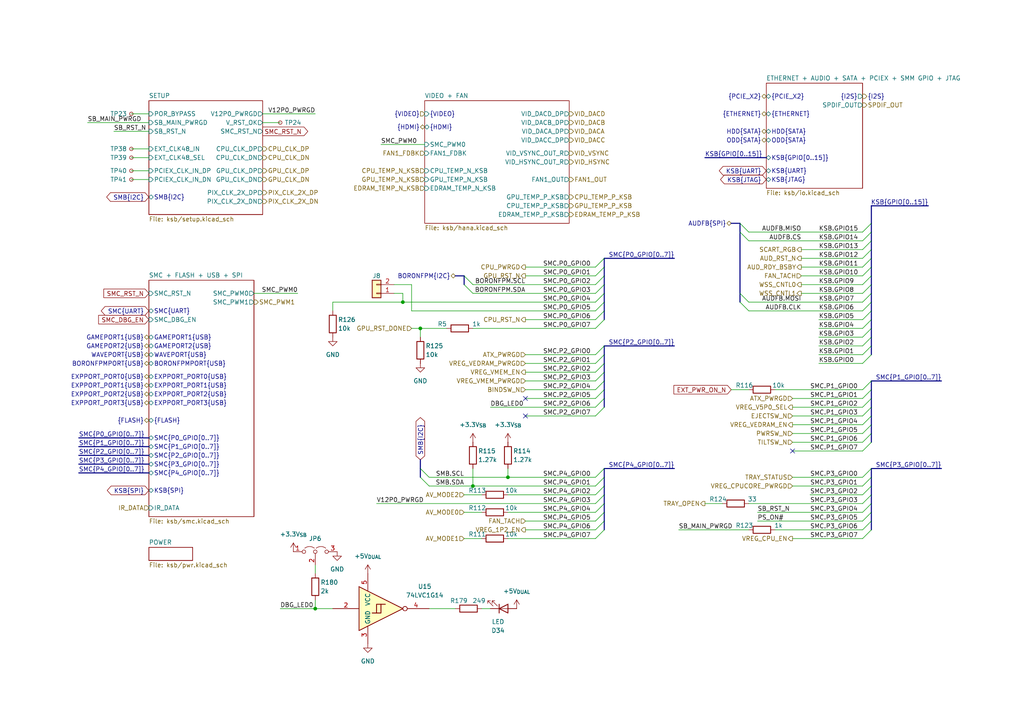
<source format=kicad_sch>
(kicad_sch (version 20250114) (generator "eeschema") (generator_version "9.0")
  (paper "A4")
  (lib_symbols
    (symbol "74xGxx:74LVC1G14"
      (property "Reference" "U" (at 0 3.81 0))
      (property "Value" "74LVC1G14" (at 0 -3.81 0))
      (symbol "74LVC1G14_0_1"
        (polyline (pts (xy -7.62 6.35) (xy -7.62 -6.35) (xy 5.08 0) (xy -7.62 6.35)) (stroke (width 0.254)) (fill (type background)))
      )
      (symbol "74LVC1G14_1_1"
        (polyline (pts (xy -3.81 -1.27) (xy -1.27 -1.27) (xy -1.27 1.27)) (stroke (width 0.254)))
        (polyline (pts (xy -2.54 -1.27) (xy -2.54 1.27) (xy 0 1.27)) (stroke (width 0.254)))
        (pin input line (at -15.24 0 0) (length 7.62) (name "~") (number "2"))
        (pin no_connect line (at -7.62 5.08 180) (length 5.08) (hide yes) (name "NC") (number "1"))
        (pin power_in line (at -5.08 10.16 270) (length 5.08) (name "VCC") (number "5"))
        (pin power_in line (at -5.08 -10.16 90) (length 5.08) (name "GND") (number "3"))
        (pin output inverted (at 12.7 0 180) (length 7.62) (name "~") (number "4"))
      )
    )
    (symbol "Connector:TestPoint_Small" (pin_numbers (hide yes)) (pin_names (offset 0.762) (hide yes))
      (property "Reference" "TP" (at 0 3.81 0))
      (property "Value" "TestPoint_Small" (at 0 2.032 0))
      (symbol "TestPoint_Small_0_1"
        (circle (center 0 0) (radius 0.508))
      )
      (symbol "TestPoint_Small_1_1"
        (pin passive line (at 0 0 90) (length 0) (name "1") (number "1"))
      )
    )
    (symbol "Connector_Generic:Conn_01x02" (pin_names (offset 1.016) (hide yes))
      (property "Reference" "J" (at 0 2.54 0))
      (property "Value" "Conn_01x02" (at 0 -5.08 0))
      (symbol "Conn_01x02_1_1"
        (rectangle (start -1.27 1.27) (end 1.27 -3.81) (stroke (width 0.254)) (fill (type background)))
        (rectangle (start -1.27 0.127) (end 0 -0.127) (stroke (width 0.1524)))
        (rectangle (start -1.27 -2.413) (end 0 -2.667) (stroke (width 0.1524)))
        (pin passive line (at -5.08 0 0) (length 3.81) (name "Pin_1") (number "1"))
        (pin passive line (at -5.08 -2.54 0) (length 3.81) (name "Pin_2") (number "2"))
      )
    )
    (symbol "Device:LED" (pin_numbers (hide yes)) (pin_names (offset 1.016) (hide yes))
      (property "Reference" "D" (at 0 2.54 0))
      (property "Value" "LED" (at 0 -2.54 0))
      (symbol "LED_0_1"
        (polyline (pts (xy -3.048 -0.762) (xy -4.572 -2.286) (xy -3.81 -2.286) (xy -4.572 -2.286) (xy -4.572 -1.524)))
        (polyline (pts (xy -1.778 -0.762) (xy -3.302 -2.286) (xy -2.54 -2.286) (xy -3.302 -2.286) (xy -3.302 -1.524)))
        (polyline (pts (xy -1.27 0) (xy 1.27 0)))
        (polyline (pts (xy -1.27 -1.27) (xy -1.27 1.27)) (stroke (width 0.254)))
        (polyline (pts (xy 1.27 -1.27) (xy 1.27 1.27) (xy -1.27 0) (xy 1.27 -1.27)) (stroke (width 0.254)))
      )
      (symbol "LED_1_1"
        (pin passive line (at -3.81 0 0) (length 2.54) (name "K") (number "1"))
        (pin passive line (at 3.81 0 180) (length 2.54) (name "A") (number "2"))
      )
    )
    (symbol "Device:R" (pin_numbers (hide yes)) (pin_names (offset 0))
      (property "Reference" "R" (at 2.032 0 90))
      (property "Value" "R" (at 0 0 90))
      (symbol "R_0_1"
        (rectangle (start -1.016 -2.54) (end 1.016 2.54) (stroke (width 0.254)))
      )
      (symbol "R_1_1"
        (pin passive line (at 0 3.81 270) (length 1.27) (name "~") (number "1"))
        (pin passive line (at 0 -3.81 90) (length 1.27) (name "~") (number "2"))
      )
    )
    (symbol "Jumper:Jumper_3_Open" (pin_names (offset 0) (hide yes)) (in_bom no)
      (property "Reference" "JP" (at -2.54 -2.54 0))
      (property "Value" "Jumper_3_Open" (at 0 2.794 0))
      (symbol "Jumper_3_Open_0_0"
        (circle (center -3.302 0) (radius 0.508))
        (circle (center 0 0) (radius 0.508))
        (circle (center 3.302 0) (radius 0.508))
      )
      (symbol "Jumper_3_Open_0_1"
        (arc (start -3.048 1.016) (mid -1.651 1.4992) (end -0.254 1.016))
        (polyline (pts (xy 0 -0.508) (xy 0 -1.27)))
        (arc (start 0.254 1.016) (mid 1.651 1.4992) (end 3.048 1.016))
      )
      (symbol "Jumper_3_Open_1_1"
        (pin passive line (at -6.35 0 0) (length 2.54) (name "A") (number "1"))
        (pin passive line (at 0 -3.81 90) (length 2.54) (name "C") (number "2"))
        (pin passive line (at 6.35 0 180) (length 2.54) (name "B") (number "3"))
      )
    )
    (symbol "power:+3.3V" (power) (pin_numbers (hide yes)) (pin_names (offset 0) (hide yes))
      (property "Value" "+3.3V" (at 0 3.556 0))
      (symbol "+3.3V_0_1"
        (polyline (pts (xy -0.762 1.27) (xy 0 2.54)))
        (polyline (pts (xy 0 2.54) (xy 0.762 1.27)))
        (polyline (pts (xy 0 0) (xy 0 2.54)))
      )
      (symbol "+3.3V_1_1"
        (pin power_in line (at 0 0 90) (length 0) (name "~") (number "1"))
      )
    )
    (symbol "power:+5V" (power) (pin_numbers (hide yes)) (pin_names (offset 0) (hide yes))
      (property "Value" "+5V" (at 0 3.556 0))
      (symbol "+5V_0_1"
        (polyline (pts (xy -0.762 1.27) (xy 0 2.54)))
        (polyline (pts (xy 0 2.54) (xy 0.762 1.27)))
        (polyline (pts (xy 0 0) (xy 0 2.54)))
      )
      (symbol "+5V_1_1"
        (pin power_in line (at 0 0 90) (length 0) (name "~") (number "1"))
      )
    )
    (symbol "power:GND" (power) (pin_numbers (hide yes)) (pin_names (offset 0) (hide yes))
      (property "Value" "GND" (at 0 -3.81 0))
      (symbol "GND_0_1"
        (polyline (pts (xy 0 0) (xy 0 -1.27) (xy 1.27 -1.27) (xy 0 -2.54) (xy -1.27 -1.27) (xy 0 -1.27)))
      )
      (symbol "GND_1_1"
        (pin power_in line (at 0 0 270) (length 0) (name "~") (number "1"))
      )
    )
  )
  (bus_alias "HDMI" (members "TMDS_CLK_DP" "TMDS_CLK_DN" "TMDS_D0_DP" "TMDS_D0_DN" "TMDS_D1_DP" "TMDS_D1_DN" "TMDS_D2_DP" "TMDS_D2_DN" "DDC_SDA" "DDC_SCL" "HPD"))
  (bus_alias "I2C" (members "SDA" "SCL"))
  (bus_alias "UART" (members "RXD" "TXD"))
  (bus_alias "USB" (members "D-" "D+"))
  (junction (at 91.44 176.53))
  (junction (at 116.84 87.63))
  (junction (at 137.16 140.97))
  (junction (at 121.92 95.25))
  (junction (at 147.32 138.43))
  (no_connect (at 229.87 130.81))
  (no_connect (at 152.4 120.65))
  (no_connect (at 152.4 115.57))
  (bus_entry (at 175.26 82.55) (size -2.54 2.54))
  (bus_entry (at 175.26 74.93) (size -2.54 2.54))
  (bus_entry (at 175.26 146.05) (size -2.54 2.54))
  (bus_entry (at 252.73 153.67) (size -2.54 2.54))
  (bus_entry (at 121.92 138.43) (size 2.54 2.54))
  (bus_entry (at 175.26 148.59) (size -2.54 2.54))
  (bus_entry (at 252.73 140.97) (size -2.54 2.54))
  (bus_entry (at 252.73 146.05) (size -2.54 2.54))
  (bus_entry (at 175.26 151.13) (size -2.54 2.54))
  (bus_entry (at 252.73 74.93) (size -2.54 2.54))
  (bus_entry (at 252.73 97.79) (size -2.54 2.54))
  (bus_entry (at 175.26 115.57) (size -2.54 2.54))
  (bus_entry (at 252.73 125.73) (size -2.54 2.54))
  (bus_entry (at 252.73 148.59) (size -2.54 2.54))
  (bus_entry (at 252.73 77.47) (size -2.54 2.54))
  (bus_entry (at 121.92 135.89) (size 2.54 2.54))
  (bus_entry (at 252.73 72.39) (size -2.54 2.54))
  (bus_entry (at 175.26 102.87) (size -2.54 2.54))
  (bus_entry (at 175.26 85.09) (size -2.54 2.54))
  (bus_entry (at 252.73 151.13) (size -2.54 2.54))
  (bus_entry (at 175.26 138.43) (size -2.54 2.54))
  (bus_entry (at 175.26 80.01) (size -2.54 2.54))
  (bus_entry (at 252.73 115.57) (size -2.54 2.54))
  (bus_entry (at 175.26 113.03) (size -2.54 2.54))
  (bus_entry (at 214.63 67.31) (size 2.54 2.54))
  (bus_entry (at 175.26 90.17) (size -2.54 2.54))
  (bus_entry (at 252.73 67.31) (size -2.54 2.54))
  (bus_entry (at 214.63 85.09) (size 2.54 2.54))
  (bus_entry (at 252.73 143.51) (size -2.54 2.54))
  (bus_entry (at 252.73 128.27) (size -2.54 2.54))
  (bus_entry (at 252.73 110.49) (size -2.54 2.54))
  (bus_entry (at 252.73 80.01) (size -2.54 2.54))
  (bus_entry (at 252.73 138.43) (size -2.54 2.54))
  (bus_entry (at 134.62 82.55) (size 2.54 2.54))
  (bus_entry (at 252.73 90.17) (size -2.54 2.54))
  (bus_entry (at 214.63 64.77) (size 2.54 2.54))
  (bus_entry (at 175.26 92.71) (size -2.54 2.54))
  (bus_entry (at 175.26 100.33) (size -2.54 2.54))
  (bus_entry (at 252.73 82.55) (size -2.54 2.54))
  (bus_entry (at 175.26 135.89) (size -2.54 2.54))
  (bus_entry (at 252.73 87.63) (size -2.54 2.54))
  (bus_entry (at 175.26 107.95) (size -2.54 2.54))
  (bus_entry (at 252.73 102.87) (size -2.54 2.54))
  (bus_entry (at 252.73 64.77) (size -2.54 2.54))
  (bus_entry (at 252.73 120.65) (size -2.54 2.54))
  (bus_entry (at 175.26 87.63) (size -2.54 2.54))
  (bus_entry (at 214.63 87.63) (size 2.54 2.54))
  (bus_entry (at 175.26 118.11) (size -2.54 2.54))
  (bus_entry (at 252.73 123.19) (size -2.54 2.54))
  (bus_entry (at 175.26 105.41) (size -2.54 2.54))
  (bus_entry (at 252.73 92.71) (size -2.54 2.54))
  (bus_entry (at 252.73 100.33) (size -2.54 2.54))
  (bus_entry (at 175.26 143.51) (size -2.54 2.54))
  (bus_entry (at 252.73 69.85) (size -2.54 2.54))
  (bus_entry (at 175.26 110.49) (size -2.54 2.54))
  (bus_entry (at 252.73 118.11) (size -2.54 2.54))
  (bus_entry (at 252.73 135.89) (size -2.54 2.54))
  (bus_entry (at 134.62 80.01) (size 2.54 2.54))
  (bus_entry (at 252.73 85.09) (size -2.54 2.54))
  (bus_entry (at 175.26 140.97) (size -2.54 2.54))
  (bus_entry (at 175.26 153.67) (size -2.54 2.54))
  (bus_entry (at 252.73 95.25) (size -2.54 2.54))
  (bus_entry (at 175.26 77.47) (size -2.54 2.54))
  (bus_entry (at 252.73 113.03) (size -2.54 2.54))
  (wire (pts (xy 212.09 113.03) (xy 217.17 113.03)))
  (bus (pts (xy 252.73 135.89) (xy 252.73 138.43)))
  (bus (pts (xy 195.58 135.89) (xy 175.26 135.89)))
  (wire (pts (xy 152.4 105.41) (xy 172.72 105.41)))
  (bus (pts (xy 252.73 123.19) (xy 252.73 125.73)))
  (wire (pts (xy 152.4 120.65) (xy 172.72 120.65)))
  (bus (pts (xy 273.05 110.49) (xy 252.73 110.49)))
  (wire (pts (xy 76.2 35.56) (xy 81.28 35.56)))
  (bus (pts (xy 252.73 92.71) (xy 252.73 90.17)))
  (wire (pts (xy 43.18 52.07) (xy 38.1 52.07)))
  (wire (pts (xy 229.87 123.19) (xy 250.19 123.19)))
  (wire (pts (xy 232.41 77.47) (xy 250.19 77.47)))
  (bus (pts (xy 252.73 148.59) (xy 252.73 151.13)))
  (bus (pts (xy 175.26 148.59) (xy 175.26 151.13)))
  (wire (pts (xy 33.02 38.1) (xy 43.18 38.1)))
  (bus (pts (xy 252.73 110.49) (xy 252.73 113.03)))
  (wire (pts (xy 217.17 87.63) (xy 250.19 87.63)))
  (bus (pts (xy 252.73 125.73) (xy 252.73 128.27)))
  (bus (pts (xy 214.63 67.31) (xy 214.63 85.09)))
  (wire (pts (xy 142.24 118.11) (xy 172.72 118.11)))
  (bus (pts (xy 252.73 77.47) (xy 252.73 74.93)))
  (bus (pts (xy 212.09 64.77) (xy 214.63 64.77)))
  (bus (pts (xy 252.73 95.25) (xy 252.73 92.71)))
  (bus (pts (xy 175.26 143.51) (xy 175.26 146.05)))
  (wire (pts (xy 96.52 87.63) (xy 116.84 87.63)))
  (wire (pts (xy 250.19 72.39) (xy 232.41 72.39)))
  (wire (pts (xy 232.41 74.93) (xy 250.19 74.93)))
  (wire (pts (xy 137.16 95.25) (xy 172.72 95.25)))
  (wire (pts (xy 109.22 146.05) (xy 172.72 146.05)))
  (wire (pts (xy 137.16 140.97) (xy 172.72 140.97)))
  (wire (pts (xy 229.87 156.21) (xy 250.19 156.21)))
  (bus (pts (xy 252.73 115.57) (xy 252.73 118.11)))
  (wire (pts (xy 219.71 151.13) (xy 250.19 151.13)))
  (wire (pts (xy 147.32 156.21) (xy 172.72 156.21)))
  (bus (pts (xy 175.26 80.01) (xy 175.26 82.55)))
  (bus (pts (xy 22.86 127) (xy 43.18 127)))
  (bus (pts (xy 252.73 102.87) (xy 252.73 100.33)))
  (wire (pts (xy 224.79 113.03) (xy 250.19 113.03)))
  (wire (pts (xy 152.4 77.47) (xy 172.72 77.47)))
  (wire (pts (xy 38.1 43.18) (xy 43.18 43.18)))
  (bus (pts (xy 252.73 82.55) (xy 252.73 80.01)))
  (wire (pts (xy 119.38 95.25) (xy 121.92 95.25)))
  (wire (pts (xy 152.4 151.13) (xy 172.72 151.13)))
  (wire (pts (xy 43.18 49.53) (xy 38.1 49.53)))
  (bus (pts (xy 175.26 146.05) (xy 175.26 148.59)))
  (bus (pts (xy 175.26 102.87) (xy 175.26 105.41)))
  (wire (pts (xy 124.46 176.53) (xy 132.08 176.53)))
  (wire (pts (xy 116.84 85.09) (xy 116.84 87.63)))
  (wire (pts (xy 91.44 176.53) (xy 96.52 176.53)))
  (bus (pts (xy 22.86 129.54) (xy 43.18 129.54)))
  (bus (pts (xy 252.73 138.43) (xy 252.73 140.97)))
  (wire (pts (xy 76.2 33.02) (xy 91.44 33.02)))
  (bus (pts (xy 175.26 110.49) (xy 175.26 113.03)))
  (bus (pts (xy 175.26 151.13) (xy 175.26 153.67)))
  (bus (pts (xy 273.05 135.89) (xy 252.73 135.89)))
  (bus (pts (xy 252.73 85.09) (xy 252.73 82.55)))
  (wire (pts (xy 25.4 35.56) (xy 43.18 35.56)))
  (bus (pts (xy 175.26 74.93) (xy 175.26 77.47)))
  (bus (pts (xy 175.26 113.03) (xy 175.26 115.57)))
  (bus (pts (xy 252.73 87.63) (xy 252.73 85.09)))
  (bus (pts (xy 175.26 85.09) (xy 175.26 87.63)))
  (bus (pts (xy 252.73 80.01) (xy 252.73 77.47)))
  (wire (pts (xy 38.1 45.72) (xy 43.18 45.72)))
  (wire (pts (xy 91.44 173.99) (xy 91.44 176.53)))
  (bus (pts (xy 121.92 133.35) (xy 121.92 135.89)))
  (bus (pts (xy 252.73 69.85) (xy 252.73 72.39)))
  (bus (pts (xy 252.73 151.13) (xy 252.73 153.67)))
  (wire (pts (xy 152.4 92.71) (xy 172.72 92.71)))
  (bus (pts (xy 195.58 74.93) (xy 175.26 74.93)))
  (wire (pts (xy 229.87 125.73) (xy 250.19 125.73)))
  (wire (pts (xy 250.19 95.25) (xy 237.49 95.25)))
  (bus (pts (xy 132.08 80.01) (xy 134.62 80.01)))
  (wire (pts (xy 114.3 85.09) (xy 116.84 85.09)))
  (wire (pts (xy 73.66 85.09) (xy 86.36 85.09)))
  (wire (pts (xy 147.32 143.51) (xy 172.72 143.51)))
  (bus (pts (xy 252.73 113.03) (xy 252.73 115.57)))
  (wire (pts (xy 119.38 82.55) (xy 119.38 90.17)))
  (bus (pts (xy 175.26 135.89) (xy 175.26 138.43)))
  (wire (pts (xy 250.19 85.09) (xy 232.41 85.09)))
  (wire (pts (xy 38.1 33.02) (xy 43.18 33.02)))
  (wire (pts (xy 224.79 153.67) (xy 250.19 153.67)))
  (bus (pts (xy 134.62 80.01) (xy 134.62 82.55)))
  (bus (pts (xy 252.73 143.51) (xy 252.73 146.05)))
  (wire (pts (xy 250.19 82.55) (xy 232.41 82.55)))
  (bus (pts (xy 175.26 82.55) (xy 175.26 85.09)))
  (wire (pts (xy 119.38 90.17) (xy 172.72 90.17)))
  (wire (pts (xy 204.47 146.05) (xy 209.55 146.05)))
  (wire (pts (xy 229.87 120.65) (xy 250.19 120.65)))
  (wire (pts (xy 219.71 148.59) (xy 250.19 148.59)))
  (wire (pts (xy 124.46 140.97) (xy 137.16 140.97)))
  (wire (pts (xy 81.28 176.53) (xy 91.44 176.53)))
  (bus (pts (xy 214.63 64.77) (xy 214.63 67.31)))
  (bus (pts (xy 175.26 140.97) (xy 175.26 143.51)))
  (wire (pts (xy 134.62 143.51) (xy 139.7 143.51)))
  (bus (pts (xy 175.26 100.33) (xy 175.26 102.87)))
  (bus (pts (xy 252.73 67.31) (xy 252.73 69.85)))
  (bus (pts (xy 175.26 107.95) (xy 175.26 110.49)))
  (wire (pts (xy 147.32 135.89) (xy 147.32 138.43)))
  (bus (pts (xy 252.73 146.05) (xy 252.73 148.59)))
  (bus (pts (xy 175.26 87.63) (xy 175.26 90.17)))
  (bus (pts (xy 252.73 59.69) (xy 252.73 64.77)))
  (wire (pts (xy 121.92 95.25) (xy 121.92 97.79)))
  (bus (pts (xy 252.73 100.33) (xy 252.73 97.79)))
  (wire (pts (xy 152.4 153.67) (xy 172.72 153.67)))
  (wire (pts (xy 229.87 138.43) (xy 250.19 138.43)))
  (bus (pts (xy 214.63 85.09) (xy 214.63 87.63)))
  (wire (pts (xy 229.87 115.57) (xy 250.19 115.57)))
  (wire (pts (xy 139.7 176.53) (xy 142.24 176.53)))
  (wire (pts (xy 250.19 80.01) (xy 232.41 80.01)))
  (wire (pts (xy 134.62 156.21) (xy 139.7 156.21)))
  (wire (pts (xy 250.19 97.79) (xy 237.49 97.79)))
  (bus (pts (xy 195.58 100.33) (xy 175.26 100.33)))
  (wire (pts (xy 229.87 128.27) (xy 250.19 128.27)))
  (bus (pts (xy 22.86 132.08) (xy 43.18 132.08)))
  (wire (pts (xy 196.85 153.67) (xy 217.17 153.67)))
  (wire (pts (xy 217.17 67.31) (xy 250.19 67.31)))
  (wire (pts (xy 229.87 130.81) (xy 250.19 130.81)))
  (wire (pts (xy 152.4 113.03) (xy 172.72 113.03)))
  (wire (pts (xy 137.16 82.55) (xy 172.72 82.55)))
  (bus (pts (xy 204.47 45.72) (xy 222.25 45.72)))
  (wire (pts (xy 217.17 146.05) (xy 250.19 146.05)))
  (bus (pts (xy 252.73 97.79) (xy 252.73 95.25)))
  (wire (pts (xy 116.84 87.63) (xy 172.72 87.63)))
  (bus (pts (xy 175.26 77.47) (xy 175.26 80.01)))
  (wire (pts (xy 217.17 69.85) (xy 250.19 69.85)))
  (wire (pts (xy 129.54 95.25) (xy 121.92 95.25)))
  (wire (pts (xy 152.4 115.57) (xy 172.72 115.57)))
  (bus (pts (xy 252.73 118.11) (xy 252.73 120.65)))
  (wire (pts (xy 229.87 140.97) (xy 250.19 140.97)))
  (wire (pts (xy 152.4 110.49) (xy 172.72 110.49)))
  (wire (pts (xy 147.32 148.59) (xy 172.72 148.59)))
  (wire (pts (xy 234.95 143.51) (xy 250.19 143.51)))
  (bus (pts (xy 252.73 120.65) (xy 252.73 123.19)))
  (wire (pts (xy 137.16 135.89) (xy 137.16 140.97)))
  (wire (pts (xy 250.19 92.71) (xy 237.49 92.71)))
  (bus (pts (xy 252.73 90.17) (xy 252.73 87.63)))
  (bus (pts (xy 252.73 59.69) (xy 269.24 59.69)))
  (wire (pts (xy 114.3 82.55) (xy 119.38 82.55)))
  (bus (pts (xy 121.92 135.89) (xy 121.92 138.43)))
  (bus (pts (xy 252.73 140.97) (xy 252.73 143.51)))
  (bus (pts (xy 175.26 105.41) (xy 175.26 107.95)))
  (wire (pts (xy 91.44 163.83) (xy 91.44 166.37)))
  (wire (pts (xy 123.19 41.91) (xy 110.49 41.91)))
  (wire (pts (xy 229.87 118.11) (xy 250.19 118.11)))
  (wire (pts (xy 250.19 100.33) (xy 237.49 100.33)))
  (bus (pts (xy 252.73 64.77) (xy 252.73 67.31)))
  (wire (pts (xy 237.49 105.41) (xy 250.19 105.41)))
  (wire (pts (xy 96.52 87.63) (xy 96.52 90.17)))
  (bus (pts (xy 22.86 134.62) (xy 43.18 134.62)))
  (wire (pts (xy 124.46 138.43) (xy 147.32 138.43)))
  (wire (pts (xy 250.19 102.87) (xy 237.49 102.87)))
  (wire (pts (xy 137.16 85.09) (xy 172.72 85.09)))
  (bus (pts (xy 175.26 138.43) (xy 175.26 140.97)))
  (bus (pts (xy 175.26 90.17) (xy 175.26 92.71)))
  (wire (pts (xy 217.17 90.17) (xy 250.19 90.17)))
  (wire (pts (xy 134.62 148.59) (xy 139.7 148.59)))
  (wire (pts (xy 152.4 107.95) (xy 172.72 107.95)))
  (wire (pts (xy 147.32 138.43) (xy 172.72 138.43)))
  (bus (pts (xy 175.26 115.57) (xy 175.26 118.11)))
  (bus (pts (xy 252.73 72.39) (xy 252.73 74.93)))
  (bus (pts (xy 22.86 137.16) (xy 43.18 137.16)))
  (wire (pts (xy 152.4 102.87) (xy 172.72 102.87)))
  (wire (pts (xy 152.4 80.01) (xy 172.72 80.01)))
  (label "SMC.P3_GPIO0" (at 234.95 138.43 0))
  (label "SMC.P4_GPIO5" (at 157.48 151.13 0))
  (label "SMC.P3_GPIO5" (at 234.95 151.13 0))
  (label "PS_ON#" (at 219.71 151.13 0))
  (label "SMC.P0_GPIO6" (at 157.48 92.71 0))
  (label "SMC{P4_GPIO[0..7]}" (at 195.58 135.89 180))
  (label "SMB.SDA" (at 134.62 140.97 180))
  (label "KSB.GPIO15" (at 237.49 67.31 0))
  (label "AUDFB.MISO" (at 232.41 67.31 180))
  (label "SMC.P2_GPIO4" (at 157.48 113.03 0))
  (label "KSB.GPIO7" (at 237.49 87.63 0))
  (label "KSB.GPIO0" (at 237.49 105.41 0))
  (label "SMC.P4_GPIO0" (at 157.48 138.43 0))
  (label "SMC{P0_GPIO[0..7]}" (at 22.86 127 0))
  (label "KSB{GPIO[0..15]}" (at 269.24 59.69 180))
  (label "KSB.GPIO6" (at 237.49 90.17 0))
  (label "SMC{P0_GPIO[0..7]}" (at 195.58 74.93 180))
  (label "SMC.P2_GPIO3" (at 157.48 110.49 0))
  (label "SMC.P1_GPIO2" (at 234.95 118.11 0))
  (label "SMC.P3_GPIO4" (at 234.95 148.59 0))
  (label "KSB.GPIO10" (at 237.49 80.01 0))
  (label "KSB.GPIO3" (at 237.49 97.79 0))
  (label "DBG_LED0" (at 81.28 176.53 0))
  (label "SMC_PWM0" (at 86.36 85.09 180))
  (label "SMC.P1_GPIO3" (at 234.95 120.65 0))
  (label "AUDFB.CS" (at 232.41 69.85 180))
  (label "KSB.GPIO8" (at 237.49 85.09 0))
  (label "SMC.P0_GPIO3" (at 157.48 85.09 0))
  (label "SMC.P3_GPIO7" (at 234.95 156.21 0))
  (label "SMC.P0_GPIO2" (at 157.48 82.55 0))
  (label "SMC.P0_GPIO5" (at 157.48 90.17 0))
  (label "SMC.P2_GPIO1" (at 157.48 105.41 0))
  (label "SMC.P1_GPIO4" (at 234.95 123.19 0))
  (label "KSB.GPIO11" (at 237.49 77.47 0))
  (label "SMC.P3_GPIO3" (at 234.95 146.05 0))
  (label "KSB.GPIO5" (at 237.49 92.71 0))
  (label "SMC.P3_GPIO1" (at 234.95 140.97 0))
  (label "SMC{P1_GPIO[0..7]}" (at 273.05 110.49 180))
  (label "KSB.GPIO14" (at 237.49 69.85 0))
  (label "KSB.GPIO12" (at 237.49 74.93 0))
  (label "KSB.GPIO9" (at 237.49 82.55 0))
  (label "SMC.P4_GPIO7" (at 157.48 156.21 0))
  (label "SMC.P0_GPIO7" (at 157.48 95.25 0))
  (label "SMC.P4_GPIO4" (at 157.48 148.59 0))
  (label "SMC.P0_GPIO1" (at 157.48 80.01 0))
  (label "SMC.P1_GPIO5" (at 234.95 125.73 0))
  (label "SMC{P3_GPIO[0..7]}" (at 273.05 135.89 180))
  (label "SB_RST_N" (at 33.02 38.1 0))
  (label "SMC.P4_GPIO6" (at 157.48 153.67 0))
  (label "SMC.P4_GPIO1" (at 157.48 140.97 0))
  (label "SMC.P1_GPIO7" (at 234.95 130.81 0))
  (label "SMC{P3_GPIO[0..7]}" (at 22.86 134.62 0))
  (label "SB_RST_N" (at 219.71 148.59 0))
  (label "SMC_PWM0" (at 110.49 41.91 0))
  (label "SB_MAIN_PWRGD" (at 196.85 153.67 0))
  (label "BORONFPM.SDA" (at 152.4 85.09 180))
  (label "SMB.SCL" (at 134.62 138.43 180))
  (label "SB_MAIN_PWRGD" (at 25.4 35.56 0))
  (label "SMC.P2_GPIO0" (at 157.48 102.87 0))
  (label "KSB{GPIO[0..15]}" (at 204.47 45.72 0))
  (label "V12P0_PWRGD" (at 91.44 33.02 180))
  (label "SMC.P1_GPIO6" (at 234.95 128.27 0))
  (label "SMC.P1_GPIO1" (at 234.95 115.57 0))
  (label "SMC.P4_GPIO2" (at 157.48 143.51 0))
  (label "SMC.P2_GPIO5" (at 157.48 115.57 0))
  (label "SMC.P1_GPIO0" (at 234.95 113.03 0))
  (label "AUDFB.CLK" (at 232.41 90.17 180))
  (label "SMC.P0_GPIO4" (at 157.48 87.63 0))
  (label "SMC{P4_GPIO[0..7]}" (at 22.86 137.16 0))
  (label "SMC.P4_GPIO3" (at 157.48 146.05 0))
  (label "DBG_LED0" (at 142.24 118.11 0))
  (label "KSB.GPIO2" (at 237.49 100.33 0))
  (label "SMC{P1_GPIO[0..7]}" (at 22.86 129.54 0))
  (label "KSB.GPIO13" (at 237.49 72.39 0))
  (label "SMC.P3_GPIO2" (at 234.95 143.51 0))
  (label "KSB.GPIO1" (at 237.49 102.87 0))
  (label "V12P0_PWRGD" (at 109.22 146.05 0))
  (label "SMC.P3_GPIO6" (at 234.95 153.67 0))
  (label "SMC.P2_GPIO6" (at 157.48 118.11 0))
  (label "SMC.P2_GPIO7" (at 157.48 120.65 0))
  (label "AUDFB.MOSI" (at 232.41 87.63 180))
  (label "SMC{P2_GPIO[0..7]}" (at 195.58 100.33 180))
  (label "KSB.GPIO4" (at 237.49 95.25 0))
  (label "SMC.P0_GPIO0" (at 157.48 77.47 0))
  (label "SMC.P2_GPIO2" (at 157.48 107.95 0))
  (label "SMC{P2_GPIO[0..7]}" (at 22.86 132.08 0))
  (label "BORONFPM.SCL" (at 152.4 82.55 180))
  (global_label "KSB{JTAG}" (shape bidirectional) (at 222.25 52.07 180) (property "Intersheetrefs" "${INTERSHEET_REFS}" (at 208.4168 52.07 0) (effects (justify right))))
  (global_label "SMC_RST_N" (shape input) (at 43.18 85.09 180) (property "Intersheetrefs" "${INTERSHEET_REFS}" (at 29.5511 85.09 0) (effects (justify right))))
  (global_label "KSB{UART}" (shape bidirectional) (at 222.25 49.53 180) (property "Intersheetrefs" "${INTERSHEET_REFS}" (at 208.0539 49.53 0) (effects (justify right))))
  (global_label "EXT_PWR_ON_N" (shape input) (at 212.09 113.03 180) (property "Intersheetrefs" "${INTERSHEET_REFS}" (at 194.893 113.03 0) (effects (justify right))))
  (global_label "SMC{UART}" (shape bidirectional) (at 43.18 90.17 180) (property "Intersheetrefs" "${INTERSHEET_REFS}" (at 28.8025 90.17 0) (effects (justify right))))
  (global_label "SMB{I2C}" (shape bidirectional) (at 43.18 57.15 180) (property "Intersheetrefs" "${INTERSHEET_REFS}" (at 30.3749 57.15 0) (effects (justify right))))
  (global_label "KSB{SPI}" (shape bidirectional) (at 43.18 142.24 180) (property "Intersheetrefs" "${INTERSHEET_REFS}" (at 30.5563 142.24 0) (effects (justify right))))
  (global_label "SMC_RST_N" (shape output) (at 76.2 38.1 0) (property "Intersheetrefs" "${INTERSHEET_REFS}" (at 89.8289 38.1 0) (effects (justify left))))
  (global_label "SMB{I2C}" (shape bidirectional) (at 121.92 133.35 90) (property "Intersheetrefs" "${INTERSHEET_REFS}" (at 121.92 120.5449 90) (effects (justify left))))
  (global_label "SMC_DBG_EN" (shape input) (at 43.18 92.71 180) (property "Intersheetrefs" "${INTERSHEET_REFS}" (at 28.0392 92.71 0) (effects (justify right))))
  (hierarchical_label "PIX_CLK_2X_DN" (shape output) (at 76.2 58.42 0))
  (hierarchical_label "{FLASH}" (shape bidirectional) (at 43.18 121.92 180))
  (hierarchical_label "AUD_RDY_BSBY" (shape output) (at 232.41 77.47 180))
  (hierarchical_label "FAN_TACH" (shape input) (at 152.4 151.13 180))
  (hierarchical_label "IR_DATA" (shape input) (at 43.18 147.32 180))
  (hierarchical_label "{PCIE_X2}" (shape bidirectional) (at 222.25 27.94 180))
  (hierarchical_label "VREG_VEDRAM_PWRGD" (shape input) (at 152.4 105.41 180))
  (hierarchical_label "EDRAM_TEMP_P_KSB" (shape output) (at 165.1 62.23 0))
  (hierarchical_label "AV_MODE1" (shape input) (at 134.62 156.21 180))
  (hierarchical_label "EDRAM_TEMP_N_KSB" (shape input) (at 123.19 54.61 180))
  (hierarchical_label "EXPPORT_PORT2{USB}" (shape bidirectional) (at 43.18 114.3 180))
  (hierarchical_label "CPU_PWRGD" (shape output) (at 152.4 77.47 180))
  (hierarchical_label "VREG_VMEM_PWRGD" (shape input) (at 152.4 110.49 180))
  (hierarchical_label "ATX_PWRGD" (shape input) (at 152.4 102.87 180))
  (hierarchical_label "CPU_TEMP_P_KSB" (shape output) (at 165.1 57.15 0))
  (hierarchical_label "BINDSW_N" (shape input) (at 152.4 113.03 180))
  (hierarchical_label "{HDMI}" (shape bidirectional) (at 123.19 36.83 180))
  (hierarchical_label "PWRSW_N" (shape input) (at 229.87 125.73 180))
  (hierarchical_label "WSS_CNTL1" (shape output) (at 232.41 85.09 180))
  (hierarchical_label "TRAY_OPEN" (shape output) (at 204.47 146.05 180))
  (hierarchical_label "FAN1_FDBK" (shape input) (at 123.19 44.45 180))
  (hierarchical_label "GPU_RST_DONE" (shape input) (at 119.38 95.25 180))
  (hierarchical_label "EXPPORT_PORT3{USB}" (shape bidirectional) (at 43.18 116.84 180))
  (hierarchical_label "TRAY_STATUS" (shape input) (at 229.87 138.43 180))
  (hierarchical_label "BORONFPM{I2C}" (shape bidirectional) (at 132.08 80.01 180))
  (hierarchical_label "VID_DACB" (shape output) (at 165.1 35.56 0))
  (hierarchical_label "SMC_PWM1" (shape output) (at 73.66 87.63 0))
  (hierarchical_label "HDD{SATA}" (shape bidirectional) (at 222.25 38.1 180))
  (hierarchical_label "FAN1_OUT" (shape output) (at 165.1 52.07 0))
  (hierarchical_label "GPU_CLK_DN" (shape output) (at 76.2 52.07 0))
  (hierarchical_label "VID_DACC" (shape output) (at 165.1 40.64 0))
  (hierarchical_label "EXPPORT_PORT1{USB}" (shape bidirectional) (at 43.18 111.76 180))
  (hierarchical_label "GPU_TEMP_P_KSB" (shape output) (at 165.1 59.69 0))
  (hierarchical_label "VID_DACD" (shape output) (at 165.1 33.02 0))
  (hierarchical_label "TILTSW_N" (shape input) (at 229.87 128.27 180))
  (hierarchical_label "WAVEPORT{USB}" (shape bidirectional) (at 43.18 102.87 180))
  (hierarchical_label "CPU_CLK_DN" (shape output) (at 76.2 45.72 0))
  (hierarchical_label "EXPPORT_PORT0{USB}" (shape bidirectional) (at 43.18 109.22 180))
  (hierarchical_label "VREG_V5P0_SEL" (shape output) (at 229.87 118.11 180))
  (hierarchical_label "VID_VSYNC" (shape output) (at 165.1 44.45 0))
  (hierarchical_label "PIX_CLK_2X_DP" (shape output) (at 76.2 55.88 0))
  (hierarchical_label "VREG_1P2_EN" (shape output) (at 152.4 153.67 180))
  (hierarchical_label "ODD{SATA}" (shape bidirectional) (at 222.25 40.64 180))
  (hierarchical_label "SCART_RGB" (shape output) (at 232.41 72.39 180))
  (hierarchical_label "VID_HSYNC" (shape output) (at 165.1 46.99 0))
  (hierarchical_label "AV_MODE2" (shape input) (at 134.62 143.51 180))
  (hierarchical_label "VREG_VEDRAM_EN" (shape output) (at 229.87 123.19 180))
  (hierarchical_label "EJECTSW_N" (shape input) (at 229.87 120.65 180))
  (hierarchical_label "WSS_CNTL0" (shape output) (at 232.41 82.55 180))
  (hierarchical_label "GPU_RST_N" (shape output) (at 152.4 80.01 180))
  (hierarchical_label "{VIDEO}" (shape input) (at 123.19 33.02 180))
  (hierarchical_label "SPDIF_OUT" (shape output) (at 250.19 30.48 0))
  (hierarchical_label "CPU_CLK_DP" (shape output) (at 76.2 43.18 0))
  (hierarchical_label "CPU_RST_N" (shape output) (at 152.4 92.71 180))
  (hierarchical_label "AUD_RST_N" (shape output) (at 232.41 74.93 180))
  (hierarchical_label "{I2S}" (shape output) (at 250.19 27.94 0))
  (hierarchical_label "AUDFB{SPI}" (shape bidirectional) (at 212.09 64.77 180))
  (hierarchical_label "BORONFPMPORT{USB}" (shape bidirectional) (at 43.18 105.41 180))
  (hierarchical_label "GPU_CLK_DP" (shape output) (at 76.2 49.53 0))
  (hierarchical_label "VREG_CPU_EN" (shape output) (at 229.87 156.21 180))
  (hierarchical_label "FAN_TACH" (shape input) (at 232.41 80.01 180))
  (hierarchical_label "AV_MODE0" (shape input) (at 134.62 148.59 180))
  (hierarchical_label "VID_DACA" (shape output) (at 165.1 38.1 0))
  (hierarchical_label "GAMEPORT2{USB}" (shape bidirectional) (at 43.18 100.33 180))
  (hierarchical_label "ATX_PWRGD" (shape input) (at 229.87 115.57 180))
  (hierarchical_label "{ETHERNET}" (shape bidirectional) (at 222.25 33.02 180))
  (hierarchical_label "VREG_CPUCORE_PWRGD" (shape input) (at 229.87 140.97 180))
  (hierarchical_label "GPU_TEMP_N_KSB" (shape input) (at 123.19 52.07 180))
  (hierarchical_label "VREG_VMEM_EN" (shape output) (at 152.4 107.95 180))
  (hierarchical_label "GAMEPORT1{USB}" (shape bidirectional) (at 43.18 97.79 180))
  (hierarchical_label "CPU_TEMP_N_KSB" (shape input) (at 123.19 49.53 180))
  (symbol (lib_id "Device:R") (at 220.98 113.03 90) (unit 1)
    (property "Reference" "R116" (at 215.9 111.76 90))
    (property "Value" "10k" (at 225.806 111.76 90))
    (property "Description" "Resistor" (effects (hide yes)))
  )
  (symbol (lib_id "power:GND") (at 106.68 186.69 0) (unit 1)
    (property "Reference" "#PWR0253" (effects (hide yes)))
    (property "Value" "GND" (at 106.68 191.77 0))
    (property "Description" "Power symbol creates a global label with name \"GND\" , ground" (effects (hide yes)))
  )
  (symbol (lib_id "Jumper:Jumper_3_Open") (at 91.44 160.02 0) (unit 1) (in_bom no)
    (property "Reference" "JP6" (at 91.44 156.21 0))
    (property "Value" "Jumper_3_Open" (effects (hide yes)))
    (property "Description" "Jumper, 3-pole, both open" (effects (hide yes)))
  )
  (symbol (lib_id "Device:R") (at 143.51 156.21 90) (unit 1)
    (property "Reference" "R111" (at 138.43 154.94 90))
    (property "Value" "10k" (at 148.336 154.94 90))
    (property "Description" "Resistor" (effects (hide yes)))
  )
  (symbol (lib_id "power:+5V") (at 106.68 166.37 0) (unit 1)
    (property "Reference" "#PWR0252" (effects (hide yes)))
    (property "Value" "+5V_{DUAL}" (at 106.68 161.29 0))
    (property "Description" "Power symbol creates a global label with name \"+5V\"" (effects (hide yes)))
  )
  (symbol (lib_id "power:+3.3V") (at 85.09 160.02 0) (unit 1)
    (property "Reference" "#PWR0256" (effects (hide yes)))
    (property "Value" "+3.3V_{SB}" (at 85.09 154.94 0))
    (property "Description" "Power symbol creates a global label with name \"+3.3V\"" (effects (hide yes)))
  )
  (symbol (lib_id "Device:R") (at 147.32 132.08 0) (unit 1)
    (property "Reference" "R114" (at 148.844 130.81 0) (effects (justify left)))
    (property "Value" "1.27k" (at 148.844 133.35 0) (effects (justify left)))
    (property "Description" "Resistor" (effects (hide yes)))
  )
  (symbol (lib_id "Device:R") (at 121.92 101.6 0) (unit 1)
    (property "Reference" "R125" (at 123.444 100.33 0) (effects (justify left)))
    (property "Value" "10k" (at 123.444 102.87 0) (effects (justify left)))
    (property "Description" "Resistor" (effects (hide yes)))
  )
  (symbol (lib_id "power:+3.3V") (at 137.16 128.27 0) (unit 1)
    (property "Reference" "#PWR0227" (effects (hide yes)))
    (property "Value" "+3.3V_{SB}" (at 137.16 123.19 0))
    (property "Description" "Power symbol creates a global label with name \"+3.3V\"" (effects (hide yes)))
  )
  (symbol (lib_id "Connector:TestPoint_Small") (at 38.1 45.72 0) (mirror y) (unit 1)
    (property "Reference" "TP39" (at 36.83 45.72 0) (effects (justify left)))
    (property "Value" "TestPoint_Small" (effects (hide yes)))
    (property "Description" "test point" (effects (hide yes)))
  )
  (symbol (lib_id "Connector:TestPoint_Small") (at 38.1 43.18 0) (mirror y) (unit 1)
    (property "Reference" "TP38" (at 36.83 43.18 0) (effects (justify left)))
    (property "Value" "TestPoint_Small" (effects (hide yes)))
    (property "Description" "test point" (effects (hide yes)))
  )
  (symbol (lib_id "power:GND") (at 121.92 105.41 0) (unit 1)
    (property "Reference" "#PWR0233" (effects (hide yes)))
    (property "Value" "GND" (at 121.92 110.49 0))
    (property "Description" "Power symbol creates a global label with name \"GND\" , ground" (effects (hide yes)))
  )
  (symbol (lib_id "Device:R") (at 96.52 93.98 0) (unit 1)
    (property "Reference" "R126" (at 98.044 92.71 0) (effects (justify left)))
    (property "Value" "10k" (at 98.044 95.25 0) (effects (justify left)))
    (property "Description" "Resistor" (effects (hide yes)))
  )
  (symbol (lib_id "Connector:TestPoint_Small") (at 38.1 52.07 0) (mirror y) (unit 1)
    (property "Reference" "TP41" (at 36.83 52.07 0) (effects (justify left)))
    (property "Value" "TestPoint_Small" (effects (hide yes)))
    (property "Description" "test point" (effects (hide yes)))
  )
  (symbol (lib_id "Device:R") (at 135.89 176.53 90) (unit 1)
    (property "Reference" "R179" (at 133.096 174.244 90))
    (property "Value" "249" (at 138.938 174.244 90))
    (property "Description" "Resistor" (effects (hide yes)))
  )
  (symbol (lib_id "power:GND") (at 97.79 160.02 0) (unit 1)
    (property "Reference" "#PWR0255" (effects (hide yes)))
    (property "Value" "GND" (at 97.79 165.1 0))
    (property "Description" "Power symbol creates a global label with name \"GND\" , ground" (effects (hide yes)))
  )
  (symbol (lib_id "power:+3.3V") (at 147.32 128.27 0) (unit 1)
    (property "Reference" "#PWR0226" (effects (hide yes)))
    (property "Value" "+3.3V_{SB}" (at 147.32 123.19 0))
    (property "Description" "Power symbol creates a global label with name \"+3.3V\"" (effects (hide yes)))
  )
  (symbol (lib_id "Device:R") (at 220.98 153.67 90) (unit 1)
    (property "Reference" "R123" (at 215.9 152.4 90))
    (property "Value" "1k" (at 225.806 152.4 90))
    (property "Description" "Resistor" (effects (hide yes)))
  )
  (symbol (lib_id "Connector_Generic:Conn_01x02") (at 109.22 85.09 180) (unit 1)
    (property "Reference" "J8" (at 109.22 80.01 0))
    (property "Value" "Conn_01x02" (effects (hide yes)))
    (property "Description" "Generic connector, single row, 01x02, script generated (kicad-library-utils/schlib/autogen/connector/)" (effects (hide yes)))
  )
  (symbol (lib_id "power:+5V") (at 149.86 176.53 0) (unit 1)
    (property "Reference" "#PWR0254" (effects (hide yes)))
    (property "Value" "+5V_{DUAL}" (at 149.86 171.45 0))
    (property "Description" "Power symbol creates a global label with name \"+5V\"" (effects (hide yes)))
  )
  (symbol (lib_id "Device:R") (at 133.35 95.25 90) (unit 1)
    (property "Reference" "R5" (at 128.27 93.98 90))
    (property "Value" "1k" (at 138.176 93.98 90))
    (property "Description" "Resistor" (effects (hide yes)))
  )
  (symbol (lib_id "74xGxx:74LVC1G14") (at 111.76 176.53 0) (unit 1)
    (property "Reference" "U15" (at 123.19 170.1098 0))
    (property "Value" "74LVC1G14" (at 123.19 172.6498 0))
    (property "Datasheet" "https://www.ti.com/lit/sg/scyt129e/scyt129e.pdf" (effects (hide yes)))
    (property "Description" "Single Schmitt NOT Gate, Low-Voltage CMOS" (effects (hide yes)))
  )
  (symbol (lib_id "Connector:TestPoint_Small") (at 38.1 49.53 0) (mirror y) (unit 1)
    (property "Reference" "TP40" (at 36.83 49.53 0) (effects (justify left)))
    (property "Value" "TestPoint_Small" (effects (hide yes)))
    (property "Description" "test point" (effects (hide yes)))
  )
  (symbol (lib_id "Device:R") (at 213.36 146.05 90) (unit 1)
    (property "Reference" "R124" (at 208.28 144.78 90))
    (property "Value" "33" (at 218.186 144.78 90))
    (property "Description" "Resistor" (effects (hide yes)))
  )
  (symbol (lib_id "power:GND") (at 96.52 97.79 0) (unit 1)
    (property "Reference" "#PWR0175" (effects (hide yes)))
    (property "Value" "GND" (at 96.52 102.87 0))
    (property "Description" "Power symbol creates a global label with name \"GND\" , ground" (effects (hide yes)))
  )
  (symbol (lib_id "Device:R") (at 143.51 148.59 90) (unit 1)
    (property "Reference" "R112" (at 138.43 147.32 90))
    (property "Value" "10k" (at 148.336 147.32 90))
    (property "Description" "Resistor" (effects (hide yes)))
  )
  (symbol (lib_id "Connector:TestPoint_Small") (at 38.1 33.02 0) (mirror y) (unit 1)
    (property "Reference" "TP23" (at 36.83 33.02 0) (effects (justify left)))
    (property "Value" "TestPoint_Small" (effects (hide yes)))
    (property "Description" "test point" (effects (hide yes)))
  )
  (symbol (lib_id "Device:R") (at 91.44 170.18 0) (unit 1)
    (property "Reference" "R180" (at 92.964 168.91 0) (effects (justify left)))
    (property "Value" "2k" (at 92.964 171.45 0) (effects (justify left)))
    (property "Description" "Resistor" (effects (hide yes)))
  )
  (symbol (lib_id "Device:R") (at 137.16 132.08 0) (unit 1)
    (property "Reference" "R115" (at 138.684 130.81 0) (effects (justify left)))
    (property "Value" "1.27k" (at 138.684 133.35 0) (effects (justify left)))
    (property "Description" "Resistor" (effects (hide yes)))
  )
  (symbol (lib_id "Device:LED") (at 146.05 176.53 0) (mirror x) (unit 1)
    (property "Reference" "D34" (at 144.4625 182.88 0))
    (property "Value" "LED" (at 144.4625 180.34 0))
    (property "Description" "Light emitting diode" (effects (hide yes)))
    (property "Sim.Pins" "1=K 2=A" (effects (hide yes)))
  )
  (symbol (lib_id "Device:R") (at 143.51 143.51 90) (unit 1)
    (property "Reference" "R113" (at 138.43 142.24 90))
    (property "Value" "10k" (at 148.336 142.24 90))
    (property "Description" "Resistor" (effects (hide yes)))
  )
  (symbol (lib_id "Connector:TestPoint_Small") (at 81.28 35.56 0) (unit 1)
    (property "Reference" "TP24" (at 82.55 35.56 0) (effects (justify left)))
    (property "Value" "TestPoint_Small" (effects (hide yes)))
    (property "Description" "test point" (effects (hide yes)))
  )
  (sheet (at 222.25 24.13) (size 27.94 30.48) (stroke (width 0.1524))
    (property "Sheetname" "ETHERNET + AUDIO + SATA + PCIEX + SMM GPIO + JTAG" (at 222.25 23.4184 0) (effects (justify left bottom)))
    (property "Sheetfile" "ksb/io.kicad_sch" (at 222.25 55.1946 0) (effects (justify left top)))
    (pin "HDD{SATA}" bidirectional (at 222.25 38.1 180))
    (pin "ODD{SATA}" bidirectional (at 222.25 40.64 180))
    (pin "{ETHERNET}" bidirectional (at 222.25 33.02 180))
    (pin "{PCIE_X2}" bidirectional (at 222.25 27.94 180))
    (pin "{I2S}" output (at 250.19 27.94 0))
    (pin "SPDIF_OUT" output (at 250.19 30.48 0))
    (pin "KSB{GPIO[0..15]}" bidirectional (at 222.25 45.72 180))
    (pin "KSB{JTAG}" bidirectional (at 222.25 52.07 180))
    (pin "KSB{UART}" bidirectional (at 222.25 49.53 180))
  )
  (sheet (at 43.18 29.21) (size 33.02 33.02) (stroke (width 0.1524))
    (property "Sheetname" "SETUP" (at 43.18 28.4984 0) (effects (justify left bottom)))
    (property "Sheetfile" "ksb/setup.kicad_sch" (at 43.18 62.8146 0) (effects (justify left top)))
    (pin "CPU_CLK_DN" output (at 76.2 45.72 0))
    (pin "CPU_CLK_DP" output (at 76.2 43.18 0))
    (pin "EXT_CLK48_IN" input (at 43.18 43.18 180))
    (pin "EXT_CLK48_SEL" input (at 43.18 45.72 180))
    (pin "GPU_CLK_DN" output (at 76.2 52.07 0))
    (pin "GPU_CLK_DP" output (at 76.2 49.53 0))
    (pin "PCIEX_CLK_IN_DN" input (at 43.18 52.07 180))
    (pin "PCIEX_CLK_IN_DP" input (at 43.18 49.53 180))
    (pin "PIX_CLK_2X_DN" output (at 76.2 58.42 0))
    (pin "PIX_CLK_2X_DP" output (at 76.2 55.88 0))
    (pin "POR_BYPASS" input (at 43.18 33.02 180))
    (pin "SB_MAIN_PWRGD" input (at 43.18 35.56 180))
    (pin "SB_RST_N" input (at 43.18 38.1 180))
    (pin "SMC_RST_N" output (at 76.2 38.1 0))
    (pin "V12P0_PWRGD" output (at 76.2 33.02 0))
    (pin "V_RST_OK" output (at 76.2 35.56 0))
    (pin "SMB{I2C}" bidirectional (at 43.18 57.15 180))
  )
  (sheet (at 43.18 81.28) (size 30.48 68.58) (stroke (width 0.1524))
    (property "Sheetname" "SMC + FLASH + USB + SPI" (at 43.18 80.5684 0) (effects (justify left bottom)))
    (property "Sheetfile" "ksb/smc.kicad_sch" (at 43.18 150.4446 0) (effects (justify left top)))
    (pin "BORONFPMPORT{USB}" bidirectional (at 43.18 105.41 180))
    (pin "EXPPORT_PORT2{USB}" bidirectional (at 43.18 114.3 180))
    (pin "EXPPORT_PORT0{USB}" bidirectional (at 43.18 109.22 180))
    (pin "EXPPORT_PORT1{USB}" bidirectional (at 43.18 111.76 180))
    (pin "GAMEPORT1{USB}" bidirectional (at 43.18 97.79 180))
    (pin "GAMEPORT2{USB}" bidirectional (at 43.18 100.33 180))
    (pin "IR_DATA" input (at 43.18 147.32 180))
    (pin "SMC_DBG_EN" input (at 43.18 92.71 180))
    (pin "SMC_PWM0" output (at 73.66 85.09 0))
    (pin "SMC_PWM1" output (at 73.66 87.63 0))
    (pin "SMC_RST_N" input (at 43.18 85.09 180))
    (pin "SMC{P0_GPIO[0..7]}" bidirectional (at 43.18 127 180))
    (pin "SMC{P1_GPIO[0..7]}" bidirectional (at 43.18 129.54 180))
    (pin "SMC{P2_GPIO[0..7]}" bidirectional (at 43.18 132.08 180))
    (pin "SMC{P3_GPIO[0..7]}" bidirectional (at 43.18 134.62 180))
    (pin "SMC{P4_GPIO[0..7]}" bidirectional (at 43.18 137.16 180))
    (pin "KSB{SPI}" bidirectional (at 43.18 142.24 180))
    (pin "WAVEPORT{USB}" bidirectional (at 43.18 102.87 180))
    (pin "{FLASH}" bidirectional (at 43.18 121.92 180))
    (pin "SMC{UART}" bidirectional (at 43.18 90.17 180))
    (pin "EXPPORT_PORT3{USB}" bidirectional (at 43.18 116.84 180))
  )
  (sheet (at 123.19 29.21) (size 41.91 35.56) (stroke (width 0.1524))
    (property "Sheetname" "VIDEO + FAN" (at 123.19 28.4984 0) (effects (justify left bottom)))
    (property "Sheetfile" "ksb/hana.kicad_sch" (at 123.19 65.3546 0) (effects (justify left top)))
    (pin "CPU_TEMP_N_KSB" input (at 123.19 49.53 180))
    (pin "CPU_TEMP_P_KSB" output (at 165.1 59.69 0))
    (pin "EDRAM_TEMP_N_KSB" input (at 123.19 54.61 180))
    (pin "EDRAM_TEMP_P_KSB" output (at 165.1 62.23 0))
    (pin "FAN1_FDBK" input (at 123.19 44.45 180))
    (pin "FAN1_OUT" output (at 165.1 52.07 0))
    (pin "GPU_TEMP_N_KSB" input (at 123.19 52.07 180))
    (pin "GPU_TEMP_P_KSB" output (at 165.1 57.15 0))
    (pin "SMC_PWM0" input (at 123.19 41.91 180))
    (pin "VID_DACA_DP" output (at 165.1 38.1 0))
    (pin "VID_DACB_DP" output (at 165.1 35.56 0))
    (pin "VID_DACC_DP" output (at 165.1 40.64 0))
    (pin "VID_DACD_DP" output (at 165.1 33.02 0))
    (pin "VID_HSYNC_OUT_R" output (at 165.1 46.99 0))
    (pin "VID_VSYNC_OUT_R" output (at 165.1 44.45 0))
    (pin "{VIDEO}" input (at 123.19 33.02 180))
    (pin "{HDMI}" bidirectional (at 123.19 36.83 180))
  )
  (sheet (at 43.18 158.75) (size 12.7 3.81) (stroke (width 0.1524))
    (property "Sheetname" "POWER" (at 43.18 158.0384 0) (effects (justify left bottom)))
    (property "Sheetfile" "ksb/pwr.kicad_sch" (at 43.18 163.1446 0) (effects (justify left top)))
  )
)
</source>
